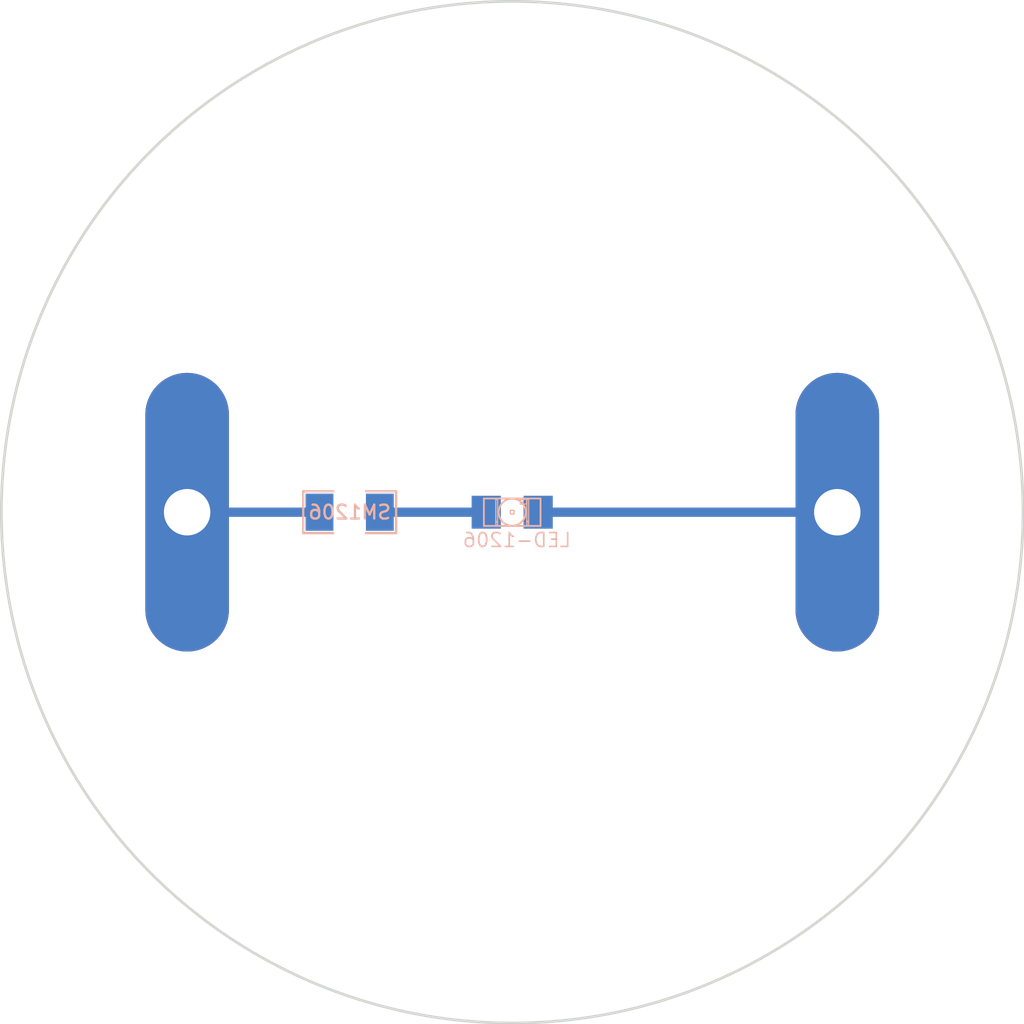
<source format=kicad_pcb>
(kicad_pcb (version 3) (host pcbnew "(2013-june-11)-stable")

  (general
    (links 0)
    (no_connects 0)
    (area 0 0 0 0)
    (thickness 1.6)
    (drawings 1)
    (tracks 3)
    (zones 0)
    (modules 3)
    (nets 1)
  )

  (page A3)
  (layers
    (15 F.Cu jumper)
    (0 B.Cu signal)
    (16 B.Adhes user)
    (18 B.Paste user)
    (20 B.SilkS user)
    (22 B.Mask user)
    (28 Edge.Cuts user)
  )

  (setup
    (last_trace_width 0.508)
    (trace_clearance 0.254)
    (zone_clearance 0.508)
    (zone_45_only no)
    (trace_min 0.254)
    (segment_width 0.2)
    (edge_width 0.15)
    (via_size 0.889)
    (via_drill 0.635)
    (via_min_size 0.889)
    (via_min_drill 0.508)
    (uvia_size 0.508)
    (uvia_drill 0.127)
    (uvias_allowed no)
    (uvia_min_size 0.508)
    (uvia_min_drill 0.127)
    (pcb_text_width 0.3)
    (pcb_text_size 1.5 1.5)
    (mod_edge_width 0.15)
    (mod_text_size 1.5 1.5)
    (mod_text_width 0.15)
    (pad_size 4.572 15.24)
    (pad_drill 2.54)
    (pad_to_mask_clearance 0.2)
    (aux_axis_origin 0 0)
    (visible_elements FFFFFFBF)
    (pcbplotparams
      (layerselection 3178497)
      (usegerberextensions true)
      (excludeedgelayer true)
      (linewidth 0.100000)
      (plotframeref false)
      (viasonmask false)
      (mode 1)
      (useauxorigin false)
      (hpglpennumber 1)
      (hpglpenspeed 20)
      (hpglpendiameter 15)
      (hpglpenoverlay 2)
      (psnegative false)
      (psa4output false)
      (plotreference true)
      (plotvalue true)
      (plotothertext true)
      (plotinvisibletext false)
      (padsonsilk false)
      (subtractmaskfromsilk false)
      (outputformat 1)
      (mirror false)
      (drillshape 1)
      (scaleselection 1)
      (outputdirectory ""))
  )

  (net 0 "")

  (net_class Default "This is the default net class."
    (clearance 0.254)
    (trace_width 0.508)
    (via_dia 0.889)
    (via_drill 0.635)
    (uvia_dia 0.508)
    (uvia_drill 0.127)
    (add_net "")
  )

  (module endcap (layer F.Cu) (tedit 5377D1F0) (tstamp 53796C38)
    (at 203.2 127)
    (fp_text reference endcap (at 0 0) (layer F.SilkS) hide
      (effects (font (size 1.5 1.5) (thickness 0.15)))
    )
    (fp_text value VAL** (at 0 0) (layer F.SilkS) hide
      (effects (font (size 1.5 1.5) (thickness 0.15)))
    )
    (pad "" thru_hole oval (at 17.78 0) (size 4.572 15.24) (drill 2.54)
      (layers B.Cu)
    )
    (pad "" thru_hole oval (at -17.78 0) (size 4.572 15.24) (drill 2.54)
      (layers B.Cu)
    )
  )

  (module LED-1206 (layer B.Cu) (tedit 5377D158) (tstamp 5378196B)
    (at 203.2 127)
    (descr "LED 1206 smd package")
    (tags "LED1206 SMD")
    (attr smd)
    (fp_text reference LED-1206 (at 0.254 1.524) (layer B.SilkS)
      (effects (font (size 0.762 0.762) (thickness 0.0889)) (justify mirror))
    )
    (fp_text value VAL** (at 0 -1.524) (layer B.SilkS) hide
      (effects (font (size 0.762 0.762) (thickness 0.0889)) (justify mirror))
    )
    (fp_line (start -0.09906 -0.09906) (end 0.09906 -0.09906) (layer B.SilkS) (width 0.06604))
    (fp_line (start 0.09906 -0.09906) (end 0.09906 0.09906) (layer B.SilkS) (width 0.06604))
    (fp_line (start -0.09906 0.09906) (end 0.09906 0.09906) (layer B.SilkS) (width 0.06604))
    (fp_line (start -0.09906 -0.09906) (end -0.09906 0.09906) (layer B.SilkS) (width 0.06604))
    (fp_line (start 0.44958 -0.6985) (end 0.79756 -0.6985) (layer B.SilkS) (width 0.06604))
    (fp_line (start 0.79756 -0.6985) (end 0.79756 -0.44958) (layer B.SilkS) (width 0.06604))
    (fp_line (start 0.44958 -0.44958) (end 0.79756 -0.44958) (layer B.SilkS) (width 0.06604))
    (fp_line (start 0.44958 -0.6985) (end 0.44958 -0.44958) (layer B.SilkS) (width 0.06604))
    (fp_line (start 0.79756 -0.6985) (end 0.89916 -0.6985) (layer B.SilkS) (width 0.06604))
    (fp_line (start 0.89916 -0.6985) (end 0.89916 0.49784) (layer B.SilkS) (width 0.06604))
    (fp_line (start 0.79756 0.49784) (end 0.89916 0.49784) (layer B.SilkS) (width 0.06604))
    (fp_line (start 0.79756 -0.6985) (end 0.79756 0.49784) (layer B.SilkS) (width 0.06604))
    (fp_line (start 0.79756 0.54864) (end 0.89916 0.54864) (layer B.SilkS) (width 0.06604))
    (fp_line (start 0.89916 0.54864) (end 0.89916 0.6985) (layer B.SilkS) (width 0.06604))
    (fp_line (start 0.79756 0.6985) (end 0.89916 0.6985) (layer B.SilkS) (width 0.06604))
    (fp_line (start 0.79756 0.54864) (end 0.79756 0.6985) (layer B.SilkS) (width 0.06604))
    (fp_line (start -0.89916 -0.6985) (end -0.79756 -0.6985) (layer B.SilkS) (width 0.06604))
    (fp_line (start -0.79756 -0.6985) (end -0.79756 0.49784) (layer B.SilkS) (width 0.06604))
    (fp_line (start -0.89916 0.49784) (end -0.79756 0.49784) (layer B.SilkS) (width 0.06604))
    (fp_line (start -0.89916 -0.6985) (end -0.89916 0.49784) (layer B.SilkS) (width 0.06604))
    (fp_line (start -0.89916 0.54864) (end -0.79756 0.54864) (layer B.SilkS) (width 0.06604))
    (fp_line (start -0.79756 0.54864) (end -0.79756 0.6985) (layer B.SilkS) (width 0.06604))
    (fp_line (start -0.89916 0.6985) (end -0.79756 0.6985) (layer B.SilkS) (width 0.06604))
    (fp_line (start -0.89916 0.54864) (end -0.89916 0.6985) (layer B.SilkS) (width 0.06604))
    (fp_line (start 0.44958 -0.6985) (end 0.59944 -0.6985) (layer B.SilkS) (width 0.06604))
    (fp_line (start 0.59944 -0.6985) (end 0.59944 -0.44958) (layer B.SilkS) (width 0.06604))
    (fp_line (start 0.44958 -0.44958) (end 0.59944 -0.44958) (layer B.SilkS) (width 0.06604))
    (fp_line (start 0.44958 -0.6985) (end 0.44958 -0.44958) (layer B.SilkS) (width 0.06604))
    (fp_line (start 1.5494 -0.7493) (end -1.5494 -0.7493) (layer B.SilkS) (width 0.1016))
    (fp_line (start -1.5494 -0.7493) (end -1.5494 0.7493) (layer B.SilkS) (width 0.1016))
    (fp_line (start -1.5494 0.7493) (end 1.5494 0.7493) (layer B.SilkS) (width 0.1016))
    (fp_line (start 1.5494 0.7493) (end 1.5494 -0.7493) (layer B.SilkS) (width 0.1016))
    (fp_arc (start 0 0) (end 0.54864 -0.49784) (angle -95.4) (layer B.SilkS) (width 0.1016))
    (fp_arc (start 0 0) (end -0.54864 -0.49784) (angle -84.5) (layer B.SilkS) (width 0.1016))
    (fp_arc (start 0 0) (end -0.54864 0.49784) (angle -95.4) (layer B.SilkS) (width 0.1016))
    (fp_arc (start 0 0) (end 0.54864 0.49784) (angle -84.5) (layer B.SilkS) (width 0.1016))
    (pad 1 smd rect (at -1.41986 0) (size 1.59766 1.80086)
      (layers B.Cu B.Paste B.Mask)
    )
    (pad 2 smd rect (at 1.41986 0) (size 1.59766 1.80086)
      (layers B.Cu B.Paste B.Mask)
    )
  )

  (module SM1206 (layer B.Cu) (tedit 42806E24) (tstamp 537A1B4D)
    (at 194.31 127)
    (attr smd)
    (fp_text reference SM1206 (at 0 0) (layer B.SilkS)
      (effects (font (size 0.762 0.762) (thickness 0.127)) (justify mirror))
    )
    (fp_text value Val** (at 0 0) (layer B.SilkS) hide
      (effects (font (size 0.762 0.762) (thickness 0.127)) (justify mirror))
    )
    (fp_line (start -2.54 1.143) (end -2.54 -1.143) (layer B.SilkS) (width 0.127))
    (fp_line (start -2.54 -1.143) (end -0.889 -1.143) (layer B.SilkS) (width 0.127))
    (fp_line (start 0.889 1.143) (end 2.54 1.143) (layer B.SilkS) (width 0.127))
    (fp_line (start 2.54 1.143) (end 2.54 -1.143) (layer B.SilkS) (width 0.127))
    (fp_line (start 2.54 -1.143) (end 0.889 -1.143) (layer B.SilkS) (width 0.127))
    (fp_line (start -0.889 1.143) (end -2.54 1.143) (layer B.SilkS) (width 0.127))
    (pad 1 smd rect (at -1.651 0) (size 1.524 2.032)
      (layers B.Cu B.Paste B.Mask)
    )
    (pad 2 smd rect (at 1.651 0) (size 1.524 2.032)
      (layers B.Cu B.Paste B.Mask)
    )
    (model smd/chip_cms.wrl
      (at (xyz 0 0 0))
      (scale (xyz 0.17 0.16 0.16))
      (rotate (xyz 0 0 0))
    )
  )

  (gr_circle (center 203.2 127) (end 231.14 127) (layer Edge.Cuts) (width 0.15))

  (segment (start 192.659 127) (end 185.42 127) (width 0.508) (layer B.Cu) (net 0) (status C00000))
  (segment (start 201.78014 127) (end 195.961 127) (width 0.508) (layer B.Cu) (net 0) (status C00000))
  (segment (start 220.98 127) (end 204.61986 127) (width 0.508) (layer B.Cu) (net 0) (status C00000))

)

</source>
